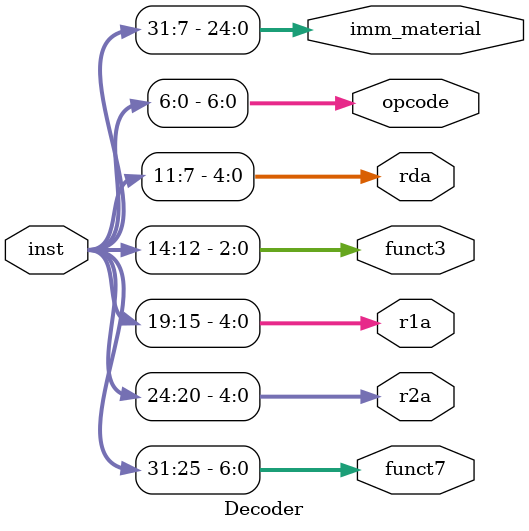
<source format=sv>
module Decoder (
    input[31:0] inst,

    output logic [6:0] funct7,
    output logic [4:0] r2a,    
    output logic [4:0] r1a,    
    output logic [2:0] funct3,    
    output logic [4:0] rda,    
    output logic [6:0] opcode,
    output logic [24:0] imm_material
);

assign funct7       = inst[31:25];
assign r2a          = inst[24:20];
assign r1a          = inst[19:15];
assign funct3       = inst[14:12];
assign rda          = inst[11:7];
assign opcode       = inst[6:0];
assign imm_material = inst[31:7];
    
endmodule

</source>
